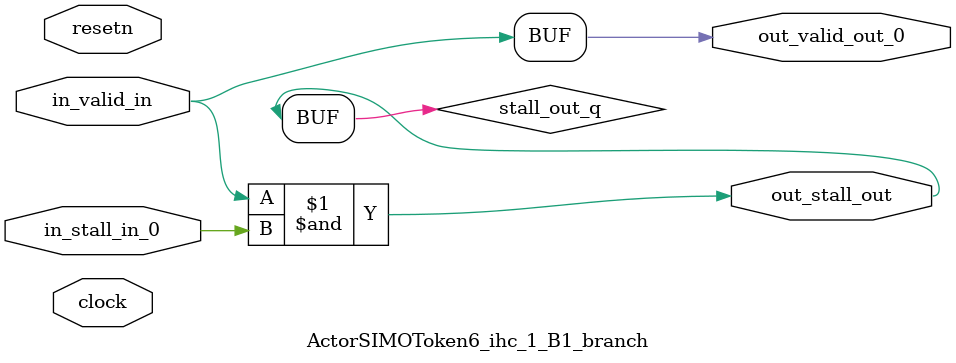
<source format=sv>



(* altera_attribute = "-name AUTO_SHIFT_REGISTER_RECOGNITION OFF; -name MESSAGE_DISABLE 10036; -name MESSAGE_DISABLE 10037; -name MESSAGE_DISABLE 14130; -name MESSAGE_DISABLE 14320; -name MESSAGE_DISABLE 15400; -name MESSAGE_DISABLE 14130; -name MESSAGE_DISABLE 10036; -name MESSAGE_DISABLE 12020; -name MESSAGE_DISABLE 12030; -name MESSAGE_DISABLE 12010; -name MESSAGE_DISABLE 12110; -name MESSAGE_DISABLE 14320; -name MESSAGE_DISABLE 13410; -name MESSAGE_DISABLE 113007; -name MESSAGE_DISABLE 10958" *)
module ActorSIMOToken6_ihc_1_B1_branch (
    input wire [0:0] in_stall_in_0,
    input wire [0:0] in_valid_in,
    output wire [0:0] out_stall_out,
    output wire [0:0] out_valid_out_0,
    input wire clock,
    input wire resetn
    );

    wire [0:0] stall_out_q;


    // stall_out(LOGICAL,6)
    assign stall_out_q = in_valid_in & in_stall_in_0;

    // out_stall_out(GPOUT,4)
    assign out_stall_out = stall_out_q;

    // out_valid_out_0(GPOUT,5)
    assign out_valid_out_0 = in_valid_in;

endmodule

</source>
